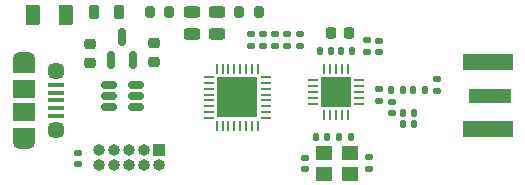
<source format=gts>
%TF.GenerationSoftware,KiCad,Pcbnew,(6.0.0)*%
%TF.CreationDate,2023-01-11T18:06:36+05:30*%
%TF.ProjectId,STM32+Rf,53544d33-322b-4526-962e-6b696361645f,rev?*%
%TF.SameCoordinates,Original*%
%TF.FileFunction,Soldermask,Top*%
%TF.FilePolarity,Negative*%
%FSLAX46Y46*%
G04 Gerber Fmt 4.6, Leading zero omitted, Abs format (unit mm)*
G04 Created by KiCad (PCBNEW (6.0.0)) date 2023-01-11 18:06:36*
%MOMM*%
%LPD*%
G01*
G04 APERTURE LIST*
G04 Aperture macros list*
%AMRoundRect*
0 Rectangle with rounded corners*
0 $1 Rounding radius*
0 $2 $3 $4 $5 $6 $7 $8 $9 X,Y pos of 4 corners*
0 Add a 4 corners polygon primitive as box body*
4,1,4,$2,$3,$4,$5,$6,$7,$8,$9,$2,$3,0*
0 Add four circle primitives for the rounded corners*
1,1,$1+$1,$2,$3*
1,1,$1+$1,$4,$5*
1,1,$1+$1,$6,$7*
1,1,$1+$1,$8,$9*
0 Add four rect primitives between the rounded corners*
20,1,$1+$1,$2,$3,$4,$5,0*
20,1,$1+$1,$4,$5,$6,$7,0*
20,1,$1+$1,$6,$7,$8,$9,0*
20,1,$1+$1,$8,$9,$2,$3,0*%
G04 Aperture macros list end*
%ADD10RoundRect,0.062500X-0.062500X0.375000X-0.062500X-0.375000X0.062500X-0.375000X0.062500X0.375000X0*%
%ADD11RoundRect,0.062500X-0.375000X0.062500X-0.375000X-0.062500X0.375000X-0.062500X0.375000X0.062500X0*%
%ADD12R,3.450000X3.450000*%
%ADD13R,1.400000X1.200000*%
%ADD14RoundRect,0.150000X0.150000X-0.587500X0.150000X0.587500X-0.150000X0.587500X-0.150000X-0.587500X0*%
%ADD15RoundRect,0.150000X0.512500X0.150000X-0.512500X0.150000X-0.512500X-0.150000X0.512500X-0.150000X0*%
%ADD16RoundRect,0.062500X-0.350000X-0.062500X0.350000X-0.062500X0.350000X0.062500X-0.350000X0.062500X0*%
%ADD17RoundRect,0.062500X-0.062500X-0.350000X0.062500X-0.350000X0.062500X0.350000X-0.062500X0.350000X0*%
%ADD18R,2.500000X2.500000*%
%ADD19RoundRect,0.200000X-0.200000X-0.275000X0.200000X-0.275000X0.200000X0.275000X-0.200000X0.275000X0*%
%ADD20RoundRect,0.200000X0.200000X0.275000X-0.200000X0.275000X-0.200000X-0.275000X0.200000X-0.275000X0*%
%ADD21RoundRect,0.135000X0.185000X-0.135000X0.185000X0.135000X-0.185000X0.135000X-0.185000X-0.135000X0*%
%ADD22RoundRect,0.135000X0.135000X0.185000X-0.135000X0.185000X-0.135000X-0.185000X0.135000X-0.185000X0*%
%ADD23RoundRect,0.147500X0.172500X-0.147500X0.172500X0.147500X-0.172500X0.147500X-0.172500X-0.147500X0*%
%ADD24RoundRect,0.147500X-0.147500X-0.172500X0.147500X-0.172500X0.147500X0.172500X-0.147500X0.172500X0*%
%ADD25RoundRect,0.147500X-0.172500X0.147500X-0.172500X-0.147500X0.172500X-0.147500X0.172500X0.147500X0*%
%ADD26R,1.000000X1.000000*%
%ADD27O,1.000000X1.000000*%
%ADD28R,4.200000X1.350000*%
%ADD29R,3.600000X1.270000*%
%ADD30R,1.900000X1.500000*%
%ADD31C,1.450000*%
%ADD32R,1.350000X0.400000*%
%ADD33O,1.900000X1.200000*%
%ADD34R,1.900000X1.200000*%
%ADD35RoundRect,0.218750X-0.218750X-0.381250X0.218750X-0.381250X0.218750X0.381250X-0.218750X0.381250X0*%
%ADD36RoundRect,0.250000X-0.375000X-0.625000X0.375000X-0.625000X0.375000X0.625000X-0.375000X0.625000X0*%
%ADD37RoundRect,0.243750X-0.456250X0.243750X-0.456250X-0.243750X0.456250X-0.243750X0.456250X0.243750X0*%
%ADD38RoundRect,0.140000X0.170000X-0.140000X0.170000X0.140000X-0.170000X0.140000X-0.170000X-0.140000X0*%
%ADD39RoundRect,0.225000X-0.250000X0.225000X-0.250000X-0.225000X0.250000X-0.225000X0.250000X0.225000X0*%
%ADD40RoundRect,0.140000X-0.170000X0.140000X-0.170000X-0.140000X0.170000X-0.140000X0.170000X0.140000X0*%
%ADD41RoundRect,0.140000X-0.140000X-0.170000X0.140000X-0.170000X0.140000X0.170000X-0.140000X0.170000X0*%
%ADD42RoundRect,0.140000X0.140000X0.170000X-0.140000X0.170000X-0.140000X-0.170000X0.140000X-0.170000X0*%
%ADD43RoundRect,0.225000X-0.225000X-0.250000X0.225000X-0.250000X0.225000X0.250000X-0.225000X0.250000X0*%
G04 APERTURE END LIST*
D10*
%TO.C,U4*%
X140281600Y-119126900D03*
X139781600Y-119126900D03*
X139281600Y-119126900D03*
X138781600Y-119126900D03*
X138281600Y-119126900D03*
X137781600Y-119126900D03*
X137281600Y-119126900D03*
X136781600Y-119126900D03*
D11*
X136094100Y-119814400D03*
X136094100Y-120314400D03*
X136094100Y-120814400D03*
X136094100Y-121314400D03*
X136094100Y-121814400D03*
X136094100Y-122314400D03*
X136094100Y-122814400D03*
X136094100Y-123314400D03*
D10*
X136781600Y-124001900D03*
X137281600Y-124001900D03*
X137781600Y-124001900D03*
X138281600Y-124001900D03*
X138781600Y-124001900D03*
X139281600Y-124001900D03*
X139781600Y-124001900D03*
X140281600Y-124001900D03*
D11*
X140969100Y-123314400D03*
X140969100Y-122814400D03*
X140969100Y-122314400D03*
X140969100Y-121814400D03*
X140969100Y-121314400D03*
X140969100Y-120814400D03*
X140969100Y-120314400D03*
X140969100Y-119814400D03*
D12*
X138531600Y-121564400D03*
%TD*%
D13*
%TO.C,Y1*%
X148100000Y-126300000D03*
X145900000Y-126300000D03*
X145900000Y-128000000D03*
X148100000Y-128000000D03*
%TD*%
D14*
%TO.C,U3*%
X127843200Y-118350400D03*
X129743200Y-118350400D03*
X128793200Y-116475400D03*
%TD*%
D15*
%TO.C,U2*%
X129975000Y-122400000D03*
X129975000Y-121450000D03*
X129975000Y-120500000D03*
X127700000Y-120500000D03*
X127700000Y-121450000D03*
X127700000Y-122400000D03*
%TD*%
D16*
%TO.C,U1*%
X144950700Y-120081800D03*
X144950700Y-120581800D03*
X144950700Y-121081800D03*
X144950700Y-121581800D03*
X144950700Y-122081800D03*
D17*
X145888200Y-123019300D03*
X146388200Y-123019300D03*
X146888200Y-123019300D03*
X147388200Y-123019300D03*
X147888200Y-123019300D03*
D16*
X148825700Y-122081800D03*
X148825700Y-121581800D03*
X148825700Y-121081800D03*
X148825700Y-120581800D03*
X148825700Y-120081800D03*
D17*
X147888200Y-119144300D03*
X147388200Y-119144300D03*
X146888200Y-119144300D03*
X146388200Y-119144300D03*
X145888200Y-119144300D03*
D18*
X146888200Y-121081800D03*
%TD*%
D19*
%TO.C,R5*%
X138684000Y-114311800D03*
X140334000Y-114311800D03*
%TD*%
D20*
%TO.C,R4*%
X132791200Y-114286400D03*
X131141200Y-114286400D03*
%TD*%
D21*
%TO.C,R3*%
X143800000Y-117220000D03*
X143800000Y-116200000D03*
%TD*%
D22*
%TO.C,R2*%
X148170000Y-124900000D03*
X147150000Y-124900000D03*
%TD*%
D21*
%TO.C,R1*%
X149500000Y-117731000D03*
X149500000Y-116711000D03*
%TD*%
D23*
%TO.C,L3*%
X151600000Y-122885000D03*
X151600000Y-121915000D03*
%TD*%
D24*
%TO.C,L2*%
X151550000Y-120950000D03*
X152520000Y-120950000D03*
%TD*%
D25*
%TO.C,L1*%
X150500000Y-120850000D03*
X150500000Y-121820000D03*
%TD*%
D26*
%TO.C,J3*%
X131900000Y-126000000D03*
D27*
X131900000Y-127270000D03*
X130630000Y-126000000D03*
X130630000Y-127270000D03*
X129360000Y-126000000D03*
X129360000Y-127270000D03*
X128090000Y-126000000D03*
X128090000Y-127270000D03*
X126820000Y-126000000D03*
X126820000Y-127270000D03*
%TD*%
D28*
%TO.C,J2*%
X159750000Y-124225000D03*
X159750000Y-118575000D03*
D29*
X159950000Y-121400000D03*
%TD*%
D30*
%TO.C,J1*%
X120450000Y-122818400D03*
D31*
X123150000Y-119318400D03*
D32*
X123150000Y-121168400D03*
X123150000Y-120518400D03*
X123150000Y-123118400D03*
X123150000Y-122468400D03*
X123150000Y-121818400D03*
D31*
X123150000Y-124318400D03*
D30*
X120450000Y-120818400D03*
D33*
X120450000Y-118318400D03*
X120450000Y-125318400D03*
D34*
X120450000Y-124718400D03*
X120450000Y-118918400D03*
%TD*%
D35*
%TO.C,FB1*%
X126399000Y-114286400D03*
X128524000Y-114286400D03*
%TD*%
D36*
%TO.C,F1*%
X121253600Y-114565800D03*
X124053600Y-114565800D03*
%TD*%
D37*
%TO.C,D2*%
X136804400Y-114337200D03*
X136804400Y-116212200D03*
%TD*%
%TO.C,D1*%
X134670800Y-114316400D03*
X134670800Y-116191400D03*
%TD*%
D38*
%TO.C,C18*%
X125006600Y-127204000D03*
X125006600Y-126244000D03*
%TD*%
%TO.C,C17*%
X142748000Y-117180000D03*
X142748000Y-116220000D03*
%TD*%
%TO.C,C16*%
X141732000Y-117180000D03*
X141732000Y-116220000D03*
%TD*%
%TO.C,C15*%
X140716000Y-117180000D03*
X140716000Y-116220000D03*
%TD*%
%TO.C,C14*%
X139700000Y-117180000D03*
X139700000Y-116220000D03*
%TD*%
D39*
%TO.C,C13*%
X131521200Y-116991200D03*
X131521200Y-118541200D03*
%TD*%
D40*
%TO.C,C12*%
X155400000Y-120040000D03*
X155400000Y-121000000D03*
%TD*%
D39*
%TO.C,C11*%
X126085600Y-117054400D03*
X126085600Y-118604400D03*
%TD*%
D41*
%TO.C,C10*%
X153450000Y-120950000D03*
X154410000Y-120950000D03*
%TD*%
D42*
%TO.C,C9*%
X153510000Y-123850000D03*
X152550000Y-123850000D03*
%TD*%
D38*
%TO.C,C8*%
X144300000Y-127660000D03*
X144300000Y-126700000D03*
%TD*%
D42*
%TO.C,C7*%
X153510000Y-122900000D03*
X152550000Y-122900000D03*
%TD*%
D40*
%TO.C,C6*%
X149700000Y-126640000D03*
X149700000Y-127600000D03*
%TD*%
%TO.C,C5*%
X150500000Y-116740000D03*
X150500000Y-117700000D03*
%TD*%
D42*
%TO.C,C4*%
X146150000Y-124900000D03*
X145190000Y-124900000D03*
%TD*%
D41*
%TO.C,C3*%
X147300000Y-117600000D03*
X148260000Y-117600000D03*
%TD*%
D43*
%TO.C,C2*%
X146450000Y-116100000D03*
X148000000Y-116100000D03*
%TD*%
D42*
%TO.C,C1*%
X146460000Y-117600000D03*
X145500000Y-117600000D03*
%TD*%
M02*

</source>
